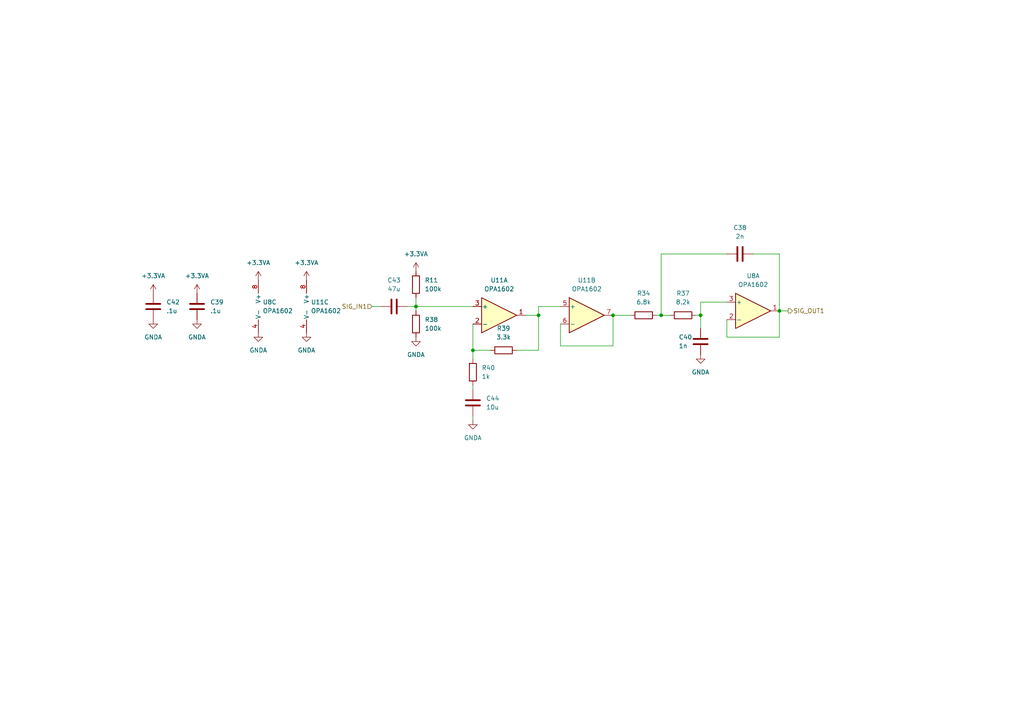
<source format=kicad_sch>
(kicad_sch (version 20211123) (generator eeschema)

  (uuid 3899c65a-167a-4f78-9f51-177509dfb24b)

  (paper "A4")

  (title_block
    (title "F.R.E.T. Board")
    (date "2023-09-27")
    (rev "1.00")
    (company "Jim Horwitz, Julia Brubach, Peter Buglewicz")
  )

  (lib_symbols
    (symbol "Amplifier_Operational:OPA1602" (pin_names (offset 0.127)) (in_bom yes) (on_board yes)
      (property "Reference" "U" (id 0) (at 0 5.08 0)
        (effects (font (size 1.27 1.27)) (justify left))
      )
      (property "Value" "OPA1602" (id 1) (at 0 -5.08 0)
        (effects (font (size 1.27 1.27)) (justify left))
      )
      (property "Footprint" "" (id 2) (at 0 0 0)
        (effects (font (size 1.27 1.27)) hide)
      )
      (property "Datasheet" "http://www.ti.com/lit/ds/symlink/opa1604.pdf" (id 3) (at 0 0 0)
        (effects (font (size 1.27 1.27)) hide)
      )
      (property "ki_locked" "" (id 4) (at 0 0 0)
        (effects (font (size 1.27 1.27)))
      )
      (property "ki_keywords" "dual opamp" (id 5) (at 0 0 0)
        (effects (font (size 1.27 1.27)) hide)
      )
      (property "ki_description" "Dual SoundPlus High Performance, Bipolar-Input Audio Operational Amplifiers, SOIC-8/MSOP-8" (id 6) (at 0 0 0)
        (effects (font (size 1.27 1.27)) hide)
      )
      (property "ki_fp_filters" "SOIC*3.9x4.9mm*P1.27mm* DIP*W7.62mm* TO*99* OnSemi*Micro8* TSSOP*3x3mm*P0.65mm* TSSOP*4.4x3mm*P0.65mm* MSOP*3x3mm*P0.65mm* SSOP*3.9x4.9mm*P0.635mm* LFCSP*2x2mm*P0.5mm* *SIP* SOIC*5.3x6.2mm*P1.27mm*" (id 7) (at 0 0 0)
        (effects (font (size 1.27 1.27)) hide)
      )
      (symbol "OPA1602_1_1"
        (polyline
          (pts
            (xy -5.08 5.08)
            (xy 5.08 0)
            (xy -5.08 -5.08)
            (xy -5.08 5.08)
          )
          (stroke (width 0.254) (type default) (color 0 0 0 0))
          (fill (type background))
        )
        (pin output line (at 7.62 0 180) (length 2.54)
          (name "~" (effects (font (size 1.27 1.27))))
          (number "1" (effects (font (size 1.27 1.27))))
        )
        (pin input line (at -7.62 -2.54 0) (length 2.54)
          (name "-" (effects (font (size 1.27 1.27))))
          (number "2" (effects (font (size 1.27 1.27))))
        )
        (pin input line (at -7.62 2.54 0) (length 2.54)
          (name "+" (effects (font (size 1.27 1.27))))
          (number "3" (effects (font (size 1.27 1.27))))
        )
      )
      (symbol "OPA1602_2_1"
        (polyline
          (pts
            (xy -5.08 5.08)
            (xy 5.08 0)
            (xy -5.08 -5.08)
            (xy -5.08 5.08)
          )
          (stroke (width 0.254) (type default) (color 0 0 0 0))
          (fill (type background))
        )
        (pin input line (at -7.62 2.54 0) (length 2.54)
          (name "+" (effects (font (size 1.27 1.27))))
          (number "5" (effects (font (size 1.27 1.27))))
        )
        (pin input line (at -7.62 -2.54 0) (length 2.54)
          (name "-" (effects (font (size 1.27 1.27))))
          (number "6" (effects (font (size 1.27 1.27))))
        )
        (pin output line (at 7.62 0 180) (length 2.54)
          (name "~" (effects (font (size 1.27 1.27))))
          (number "7" (effects (font (size 1.27 1.27))))
        )
      )
      (symbol "OPA1602_3_1"
        (pin power_in line (at -2.54 -7.62 90) (length 3.81)
          (name "V-" (effects (font (size 1.27 1.27))))
          (number "4" (effects (font (size 1.27 1.27))))
        )
        (pin power_in line (at -2.54 7.62 270) (length 3.81)
          (name "V+" (effects (font (size 1.27 1.27))))
          (number "8" (effects (font (size 1.27 1.27))))
        )
      )
    )
    (symbol "Device:C" (pin_numbers hide) (pin_names (offset 0.254)) (in_bom yes) (on_board yes)
      (property "Reference" "C" (id 0) (at 0.635 2.54 0)
        (effects (font (size 1.27 1.27)) (justify left))
      )
      (property "Value" "C" (id 1) (at 0.635 -2.54 0)
        (effects (font (size 1.27 1.27)) (justify left))
      )
      (property "Footprint" "" (id 2) (at 0.9652 -3.81 0)
        (effects (font (size 1.27 1.27)) hide)
      )
      (property "Datasheet" "~" (id 3) (at 0 0 0)
        (effects (font (size 1.27 1.27)) hide)
      )
      (property "ki_keywords" "cap capacitor" (id 4) (at 0 0 0)
        (effects (font (size 1.27 1.27)) hide)
      )
      (property "ki_description" "Unpolarized capacitor" (id 5) (at 0 0 0)
        (effects (font (size 1.27 1.27)) hide)
      )
      (property "ki_fp_filters" "C_*" (id 6) (at 0 0 0)
        (effects (font (size 1.27 1.27)) hide)
      )
      (symbol "C_0_1"
        (polyline
          (pts
            (xy -2.032 -0.762)
            (xy 2.032 -0.762)
          )
          (stroke (width 0.508) (type default) (color 0 0 0 0))
          (fill (type none))
        )
        (polyline
          (pts
            (xy -2.032 0.762)
            (xy 2.032 0.762)
          )
          (stroke (width 0.508) (type default) (color 0 0 0 0))
          (fill (type none))
        )
      )
      (symbol "C_1_1"
        (pin passive line (at 0 3.81 270) (length 2.794)
          (name "~" (effects (font (size 1.27 1.27))))
          (number "1" (effects (font (size 1.27 1.27))))
        )
        (pin passive line (at 0 -3.81 90) (length 2.794)
          (name "~" (effects (font (size 1.27 1.27))))
          (number "2" (effects (font (size 1.27 1.27))))
        )
      )
    )
    (symbol "Device:R" (pin_numbers hide) (pin_names (offset 0)) (in_bom yes) (on_board yes)
      (property "Reference" "R" (id 0) (at 2.032 0 90)
        (effects (font (size 1.27 1.27)))
      )
      (property "Value" "R" (id 1) (at 0 0 90)
        (effects (font (size 1.27 1.27)))
      )
      (property "Footprint" "" (id 2) (at -1.778 0 90)
        (effects (font (size 1.27 1.27)) hide)
      )
      (property "Datasheet" "~" (id 3) (at 0 0 0)
        (effects (font (size 1.27 1.27)) hide)
      )
      (property "ki_keywords" "R res resistor" (id 4) (at 0 0 0)
        (effects (font (size 1.27 1.27)) hide)
      )
      (property "ki_description" "Resistor" (id 5) (at 0 0 0)
        (effects (font (size 1.27 1.27)) hide)
      )
      (property "ki_fp_filters" "R_*" (id 6) (at 0 0 0)
        (effects (font (size 1.27 1.27)) hide)
      )
      (symbol "R_0_1"
        (rectangle (start -1.016 -2.54) (end 1.016 2.54)
          (stroke (width 0.254) (type default) (color 0 0 0 0))
          (fill (type none))
        )
      )
      (symbol "R_1_1"
        (pin passive line (at 0 3.81 270) (length 1.27)
          (name "~" (effects (font (size 1.27 1.27))))
          (number "1" (effects (font (size 1.27 1.27))))
        )
        (pin passive line (at 0 -3.81 90) (length 1.27)
          (name "~" (effects (font (size 1.27 1.27))))
          (number "2" (effects (font (size 1.27 1.27))))
        )
      )
    )
    (symbol "power:+3.3VA" (power) (pin_names (offset 0)) (in_bom yes) (on_board yes)
      (property "Reference" "#PWR" (id 0) (at 0 -3.81 0)
        (effects (font (size 1.27 1.27)) hide)
      )
      (property "Value" "+3.3VA" (id 1) (at 0 3.556 0)
        (effects (font (size 1.27 1.27)))
      )
      (property "Footprint" "" (id 2) (at 0 0 0)
        (effects (font (size 1.27 1.27)) hide)
      )
      (property "Datasheet" "" (id 3) (at 0 0 0)
        (effects (font (size 1.27 1.27)) hide)
      )
      (property "ki_keywords" "power-flag" (id 4) (at 0 0 0)
        (effects (font (size 1.27 1.27)) hide)
      )
      (property "ki_description" "Power symbol creates a global label with name \"+3.3VA\"" (id 5) (at 0 0 0)
        (effects (font (size 1.27 1.27)) hide)
      )
      (symbol "+3.3VA_0_1"
        (polyline
          (pts
            (xy -0.762 1.27)
            (xy 0 2.54)
          )
          (stroke (width 0) (type default) (color 0 0 0 0))
          (fill (type none))
        )
        (polyline
          (pts
            (xy 0 0)
            (xy 0 2.54)
          )
          (stroke (width 0) (type default) (color 0 0 0 0))
          (fill (type none))
        )
        (polyline
          (pts
            (xy 0 2.54)
            (xy 0.762 1.27)
          )
          (stroke (width 0) (type default) (color 0 0 0 0))
          (fill (type none))
        )
      )
      (symbol "+3.3VA_1_1"
        (pin power_in line (at 0 0 90) (length 0) hide
          (name "+3.3VA" (effects (font (size 1.27 1.27))))
          (number "1" (effects (font (size 1.27 1.27))))
        )
      )
    )
    (symbol "power:GNDA" (power) (pin_names (offset 0)) (in_bom yes) (on_board yes)
      (property "Reference" "#PWR" (id 0) (at 0 -6.35 0)
        (effects (font (size 1.27 1.27)) hide)
      )
      (property "Value" "GNDA" (id 1) (at 0 -3.81 0)
        (effects (font (size 1.27 1.27)))
      )
      (property "Footprint" "" (id 2) (at 0 0 0)
        (effects (font (size 1.27 1.27)) hide)
      )
      (property "Datasheet" "" (id 3) (at 0 0 0)
        (effects (font (size 1.27 1.27)) hide)
      )
      (property "ki_keywords" "power-flag" (id 4) (at 0 0 0)
        (effects (font (size 1.27 1.27)) hide)
      )
      (property "ki_description" "Power symbol creates a global label with name \"GNDA\" , analog ground" (id 5) (at 0 0 0)
        (effects (font (size 1.27 1.27)) hide)
      )
      (symbol "GNDA_0_1"
        (polyline
          (pts
            (xy 0 0)
            (xy 0 -1.27)
            (xy 1.27 -1.27)
            (xy 0 -2.54)
            (xy -1.27 -1.27)
            (xy 0 -1.27)
          )
          (stroke (width 0) (type default) (color 0 0 0 0))
          (fill (type none))
        )
      )
      (symbol "GNDA_1_1"
        (pin power_in line (at 0 0 270) (length 0) hide
          (name "GNDA" (effects (font (size 1.27 1.27))))
          (number "1" (effects (font (size 1.27 1.27))))
        )
      )
    )
  )

  (junction (at 203.2 91.44) (diameter 0) (color 0 0 0 0)
    (uuid 053d9748-0ce3-4cc4-b5fe-a485d60dcb47)
  )
  (junction (at 120.65 88.9) (diameter 0) (color 0 0 0 0)
    (uuid 35f1b59c-4ec9-40a1-9bd7-5a0c07943421)
  )
  (junction (at 191.77 91.44) (diameter 0) (color 0 0 0 0)
    (uuid 420da8ad-da6c-4212-9966-c7fddc3bb5f3)
  )
  (junction (at 137.16 101.6) (diameter 0) (color 0 0 0 0)
    (uuid 6343c7b9-9ce5-4080-a8ed-431f85ca546b)
  )
  (junction (at 177.8 91.44) (diameter 0) (color 0 0 0 0)
    (uuid 6452c428-890d-41f3-86cf-71d3a8c944d4)
  )
  (junction (at 156.21 91.44) (diameter 0) (color 0 0 0 0)
    (uuid 86bc7323-14a3-4f9f-92a6-f40aadd816a4)
  )
  (junction (at 226.06 90.17) (diameter 0) (color 0 0 0 0)
    (uuid 8af0b60f-fd2c-484a-aafd-65ba7fb5987e)
  )

  (wire (pts (xy 120.65 86.36) (xy 120.65 88.9))
    (stroke (width 0) (type default) (color 0 0 0 0))
    (uuid 052af45f-a24a-4d03-a1bf-4bc46733e57e)
  )
  (wire (pts (xy 226.06 97.79) (xy 226.06 90.17))
    (stroke (width 0) (type default) (color 0 0 0 0))
    (uuid 128d0a08-91fc-409d-b150-f64c84f79433)
  )
  (wire (pts (xy 152.4 91.44) (xy 156.21 91.44))
    (stroke (width 0) (type default) (color 0 0 0 0))
    (uuid 17ad736f-1d90-45e3-94aa-fdb99a4ca38b)
  )
  (wire (pts (xy 107.95 88.9) (xy 110.49 88.9))
    (stroke (width 0) (type default) (color 0 0 0 0))
    (uuid 1f048589-a586-4c89-bc94-8e9cf812c6e9)
  )
  (wire (pts (xy 203.2 91.44) (xy 201.93 91.44))
    (stroke (width 0) (type default) (color 0 0 0 0))
    (uuid 2601c262-5de9-408b-b527-53b8166da33e)
  )
  (wire (pts (xy 226.06 90.17) (xy 228.6 90.17))
    (stroke (width 0) (type default) (color 0 0 0 0))
    (uuid 29f1cde0-9031-4732-9c39-dc25d487502a)
  )
  (wire (pts (xy 162.56 93.98) (xy 162.56 100.33))
    (stroke (width 0) (type default) (color 0 0 0 0))
    (uuid 374c5b3e-1e02-40fb-b519-a40efbea6a64)
  )
  (wire (pts (xy 218.44 73.66) (xy 226.06 73.66))
    (stroke (width 0) (type default) (color 0 0 0 0))
    (uuid 39279304-f536-47b9-a5e5-3388e6142a84)
  )
  (wire (pts (xy 191.77 73.66) (xy 210.82 73.66))
    (stroke (width 0) (type default) (color 0 0 0 0))
    (uuid 3bdb3bca-b328-45a5-bfed-545b78999d06)
  )
  (wire (pts (xy 210.82 87.63) (xy 203.2 87.63))
    (stroke (width 0) (type default) (color 0 0 0 0))
    (uuid 4351ae55-9f02-465a-a1ad-dca7b2e81c6f)
  )
  (wire (pts (xy 120.65 88.9) (xy 120.65 90.17))
    (stroke (width 0) (type default) (color 0 0 0 0))
    (uuid 4ffc09bd-fbf2-4cb3-a96b-e7b98816cfe6)
  )
  (wire (pts (xy 118.11 88.9) (xy 120.65 88.9))
    (stroke (width 0) (type default) (color 0 0 0 0))
    (uuid 5103f9af-597b-449e-ac14-cba5b36a3de8)
  )
  (wire (pts (xy 191.77 73.66) (xy 191.77 91.44))
    (stroke (width 0) (type default) (color 0 0 0 0))
    (uuid 54ab4e87-f21e-4d0a-a276-b3c390ac41bf)
  )
  (wire (pts (xy 190.5 91.44) (xy 191.77 91.44))
    (stroke (width 0) (type default) (color 0 0 0 0))
    (uuid 57c5333d-14d6-4927-8eef-e0bc76e4882c)
  )
  (wire (pts (xy 137.16 120.65) (xy 137.16 121.92))
    (stroke (width 0) (type default) (color 0 0 0 0))
    (uuid 5b8d2676-4fe7-4557-862a-3fdf9afd4e5a)
  )
  (wire (pts (xy 137.16 111.76) (xy 137.16 113.03))
    (stroke (width 0) (type default) (color 0 0 0 0))
    (uuid 695da0c9-986c-4d89-a260-81c1b25f2835)
  )
  (wire (pts (xy 203.2 87.63) (xy 203.2 91.44))
    (stroke (width 0) (type default) (color 0 0 0 0))
    (uuid 6b96cf03-705c-4ff6-82e2-9cd9f5c23474)
  )
  (wire (pts (xy 203.2 95.25) (xy 203.2 91.44))
    (stroke (width 0) (type default) (color 0 0 0 0))
    (uuid 7048a381-c6fe-4600-b090-504b03a76030)
  )
  (wire (pts (xy 191.77 91.44) (xy 194.31 91.44))
    (stroke (width 0) (type default) (color 0 0 0 0))
    (uuid 819a778f-451a-4e1a-8529-54e80dca42a7)
  )
  (wire (pts (xy 210.82 92.71) (xy 210.82 97.79))
    (stroke (width 0) (type default) (color 0 0 0 0))
    (uuid 8e69bedb-32ed-4cfb-a096-d17b827d2b00)
  )
  (wire (pts (xy 182.88 91.44) (xy 177.8 91.44))
    (stroke (width 0) (type default) (color 0 0 0 0))
    (uuid 99468a3e-315c-4b5f-99d7-5b4dbd614b38)
  )
  (wire (pts (xy 149.86 101.6) (xy 156.21 101.6))
    (stroke (width 0) (type default) (color 0 0 0 0))
    (uuid 9b8a89a7-a3d1-4ac9-92dd-4826f2fd04da)
  )
  (wire (pts (xy 156.21 91.44) (xy 156.21 88.9))
    (stroke (width 0) (type default) (color 0 0 0 0))
    (uuid c4710a21-411a-4158-a269-011a27ba4584)
  )
  (wire (pts (xy 142.24 101.6) (xy 137.16 101.6))
    (stroke (width 0) (type default) (color 0 0 0 0))
    (uuid d00c7bf3-8000-41eb-937c-036de6afbb97)
  )
  (wire (pts (xy 210.82 97.79) (xy 226.06 97.79))
    (stroke (width 0) (type default) (color 0 0 0 0))
    (uuid d319dc34-3d9c-4cee-95c5-694d3dadd8eb)
  )
  (wire (pts (xy 226.06 73.66) (xy 226.06 90.17))
    (stroke (width 0) (type default) (color 0 0 0 0))
    (uuid d7b04629-1d37-485d-af1f-7f6ee1412b91)
  )
  (wire (pts (xy 137.16 101.6) (xy 137.16 104.14))
    (stroke (width 0) (type default) (color 0 0 0 0))
    (uuid dfbf66a8-2032-4adf-aca1-af0e3af5b98f)
  )
  (wire (pts (xy 177.8 100.33) (xy 177.8 91.44))
    (stroke (width 0) (type default) (color 0 0 0 0))
    (uuid e218f0d8-7e93-418b-a34a-4cf8042434b0)
  )
  (wire (pts (xy 120.65 88.9) (xy 137.16 88.9))
    (stroke (width 0) (type default) (color 0 0 0 0))
    (uuid e7f6fb09-c35a-4b2e-a20e-d7429d122abb)
  )
  (wire (pts (xy 137.16 93.98) (xy 137.16 101.6))
    (stroke (width 0) (type default) (color 0 0 0 0))
    (uuid e99563b8-c440-46be-b84f-a09d4a11004b)
  )
  (wire (pts (xy 156.21 101.6) (xy 156.21 91.44))
    (stroke (width 0) (type default) (color 0 0 0 0))
    (uuid ebe80977-ab31-4c60-8425-9d94bdf7dce4)
  )
  (wire (pts (xy 162.56 100.33) (xy 177.8 100.33))
    (stroke (width 0) (type default) (color 0 0 0 0))
    (uuid f0844d0e-3f82-4160-a4e8-eb2d4945119d)
  )
  (wire (pts (xy 156.21 88.9) (xy 162.56 88.9))
    (stroke (width 0) (type default) (color 0 0 0 0))
    (uuid fea1b681-67f1-4488-9931-5f7ae1192e84)
  )

  (hierarchical_label "SIG_IN1" (shape input) (at 107.95 88.9 180)
    (effects (font (size 1.27 1.27)) (justify right))
    (uuid 89f39fa2-bdd3-403e-9116-03f1f17b88e6)
  )
  (hierarchical_label "SIG_OUT1" (shape output) (at 228.6 90.17 0)
    (effects (font (size 1.27 1.27)) (justify left))
    (uuid f6824d88-c0b3-471a-9842-86b6c12c1c44)
  )

  (symbol (lib_id "Amplifier_Operational:OPA1602") (at 170.18 91.44 0) (unit 2)
    (in_bom yes) (on_board yes) (fields_autoplaced)
    (uuid 01f0f86a-c4be-4ba1-adea-b1b5638603e2)
    (property "Reference" "U11" (id 0) (at 170.18 81.28 0))
    (property "Value" "OPA1602" (id 1) (at 170.18 83.82 0))
    (property "Footprint" "JFHAnalog:OPA1602AIDR" (id 2) (at 170.18 91.44 0)
      (effects (font (size 1.27 1.27)) hide)
    )
    (property "Datasheet" "http://www.ti.com/lit/ds/symlink/opa1604.pdf" (id 3) (at 170.18 91.44 0)
      (effects (font (size 1.27 1.27)) hide)
    )
    (pin "1" (uuid 35851710-ebe9-4967-bc2f-faccf480a2c6))
    (pin "2" (uuid a7ab276a-3dc6-45f5-ab47-256423ffc563))
    (pin "3" (uuid 41f1a545-9a8d-4a03-ab3c-5bff52f088d1))
    (pin "5" (uuid 4c662214-68a3-4850-9412-51b6c48cad64))
    (pin "6" (uuid 71d53b2c-b48d-47c8-962e-8e5931ff452b))
    (pin "7" (uuid 7826a85b-b0f6-49e3-8871-f53dc1fbdb49))
    (pin "4" (uuid e1124e3e-b06a-4065-8fad-03a3a6b06faf))
    (pin "8" (uuid ad45263c-7483-4c7c-a765-ff0d278c8777))
  )

  (symbol (lib_id "power:+3.3VA") (at 88.9 81.28 0) (unit 1)
    (in_bom yes) (on_board yes) (fields_autoplaced)
    (uuid 0adaff34-4281-40fa-bcaf-716b8e7fedd5)
    (property "Reference" "#PWR0221" (id 0) (at 88.9 85.09 0)
      (effects (font (size 1.27 1.27)) hide)
    )
    (property "Value" "+3.3VA" (id 1) (at 88.9 76.2 0))
    (property "Footprint" "" (id 2) (at 88.9 81.28 0)
      (effects (font (size 1.27 1.27)) hide)
    )
    (property "Datasheet" "" (id 3) (at 88.9 81.28 0)
      (effects (font (size 1.27 1.27)) hide)
    )
    (pin "1" (uuid a91c1a4d-ba2d-4022-a1a5-7bd0b23aab46))
  )

  (symbol (lib_id "Amplifier_Operational:OPA1602") (at 77.47 88.9 0) (unit 3)
    (in_bom yes) (on_board yes) (fields_autoplaced)
    (uuid 0c038ccf-8fe9-4bed-8451-665cb4cbfadd)
    (property "Reference" "U8" (id 0) (at 76.2 87.6299 0)
      (effects (font (size 1.27 1.27)) (justify left))
    )
    (property "Value" "OPA1602" (id 1) (at 76.2 90.1699 0)
      (effects (font (size 1.27 1.27)) (justify left))
    )
    (property "Footprint" "JFHAnalog:OPA1602AIDR" (id 2) (at 77.47 88.9 0)
      (effects (font (size 1.27 1.27)) hide)
    )
    (property "Datasheet" "http://www.ti.com/lit/ds/symlink/opa1604.pdf" (id 3) (at 77.47 88.9 0)
      (effects (font (size 1.27 1.27)) hide)
    )
    (pin "1" (uuid 66e610fb-d86b-4fe5-abfc-982ce43e8699))
    (pin "2" (uuid 2067d0ab-30ba-4336-845c-8c21992e8969))
    (pin "3" (uuid f4bb484e-9b88-48a5-96ad-738290356cb2))
    (pin "5" (uuid 32e95222-7bb1-4323-bd8a-df18b325ba53))
    (pin "6" (uuid d9cf211d-b771-402c-8f55-ea6a153e89c6))
    (pin "7" (uuid a1e6854c-a809-42be-a70e-60a0b7001031))
    (pin "4" (uuid cf1cfb49-e176-4c53-a98a-8f3ef2d2a8ef))
    (pin "8" (uuid ffee15c0-4deb-4285-b7e8-b1ccf00fbaa3))
  )

  (symbol (lib_id "Device:R") (at 198.12 91.44 90) (unit 1)
    (in_bom yes) (on_board yes) (fields_autoplaced)
    (uuid 12772a75-6fca-4509-ae10-ddf62cb74453)
    (property "Reference" "R37" (id 0) (at 198.12 85.09 90))
    (property "Value" "8.2k" (id 1) (at 198.12 87.63 90))
    (property "Footprint" "Resistor_SMD:R_0603_1608Metric" (id 2) (at 198.12 93.218 90)
      (effects (font (size 1.27 1.27)) hide)
    )
    (property "Datasheet" "~" (id 3) (at 198.12 91.44 0)
      (effects (font (size 1.27 1.27)) hide)
    )
    (pin "1" (uuid 1670f797-43f3-44d9-a533-d1e168db0a71))
    (pin "2" (uuid 529b9dfa-797a-43db-83f3-055caa31eae7))
  )

  (symbol (lib_id "power:+3.3VA") (at 74.93 81.28 0) (unit 1)
    (in_bom yes) (on_board yes) (fields_autoplaced)
    (uuid 155f3b36-190c-45ce-813e-560e6d5c9705)
    (property "Reference" "#PWR0224" (id 0) (at 74.93 85.09 0)
      (effects (font (size 1.27 1.27)) hide)
    )
    (property "Value" "+3.3VA" (id 1) (at 74.93 76.2 0))
    (property "Footprint" "" (id 2) (at 74.93 81.28 0)
      (effects (font (size 1.27 1.27)) hide)
    )
    (property "Datasheet" "" (id 3) (at 74.93 81.28 0)
      (effects (font (size 1.27 1.27)) hide)
    )
    (pin "1" (uuid 878f2a53-544a-4ee7-90ae-1f1da807ce65))
  )

  (symbol (lib_id "power:+3.3VA") (at 120.65 78.74 0) (unit 1)
    (in_bom yes) (on_board yes) (fields_autoplaced)
    (uuid 16ac0e88-5b4d-4d0c-989c-6cb1c75a4934)
    (property "Reference" "#PWR0223" (id 0) (at 120.65 82.55 0)
      (effects (font (size 1.27 1.27)) hide)
    )
    (property "Value" "+3.3VA" (id 1) (at 120.65 73.66 0))
    (property "Footprint" "" (id 2) (at 120.65 78.74 0)
      (effects (font (size 1.27 1.27)) hide)
    )
    (property "Datasheet" "" (id 3) (at 120.65 78.74 0)
      (effects (font (size 1.27 1.27)) hide)
    )
    (pin "1" (uuid 43340c38-149a-46aa-9550-0bc2a13f842c))
  )

  (symbol (lib_id "Device:C") (at 114.3 88.9 90) (unit 1)
    (in_bom yes) (on_board yes) (fields_autoplaced)
    (uuid 2221c992-8ec9-40c5-bf3d-acd384d29c9b)
    (property "Reference" "C43" (id 0) (at 114.3 81.28 90))
    (property "Value" "47u" (id 1) (at 114.3 83.82 90))
    (property "Footprint" "Capacitor_SMD:C_1210_3225Metric" (id 2) (at 118.11 87.9348 0)
      (effects (font (size 1.27 1.27)) hide)
    )
    (property "Datasheet" "~" (id 3) (at 114.3 88.9 0)
      (effects (font (size 1.27 1.27)) hide)
    )
    (pin "1" (uuid 46b15734-c2a8-4dad-8bb1-21c7e0df96b3))
    (pin "2" (uuid 5528216e-3454-4811-ad95-49d6c85f37ed))
  )

  (symbol (lib_id "Amplifier_Operational:OPA1602") (at 218.44 90.17 0) (unit 1)
    (in_bom yes) (on_board yes) (fields_autoplaced)
    (uuid 2ae71ddf-3509-4f5d-89e1-c107ce54a695)
    (property "Reference" "U8" (id 0) (at 218.44 80.01 0))
    (property "Value" "OPA1602" (id 1) (at 218.44 82.55 0))
    (property "Footprint" "JFHAnalog:OPA1602AIDR" (id 2) (at 218.44 90.17 0)
      (effects (font (size 1.27 1.27)) hide)
    )
    (property "Datasheet" "http://www.ti.com/lit/ds/symlink/opa1604.pdf" (id 3) (at 218.44 90.17 0)
      (effects (font (size 1.27 1.27)) hide)
    )
    (pin "1" (uuid 103816cf-0d1d-4910-bafa-a9c977b67bd0))
    (pin "2" (uuid 7f27672c-55b7-4d4e-86e8-e9e530c91fa9))
    (pin "3" (uuid 6595deef-690b-4a91-86b9-fe121b6e27cc))
    (pin "5" (uuid f758f293-d525-4f7a-b34e-eb287dd371b7))
    (pin "6" (uuid 92617b24-18a9-4be9-aae5-b80d4c85c5cc))
    (pin "7" (uuid 5d31960b-cb03-433e-9778-5f219f32341c))
    (pin "4" (uuid 5a65c822-9e87-413a-be93-74eff6ade633))
    (pin "8" (uuid dd709cb6-6157-4d4b-aef5-fc1dcad68cd1))
  )

  (symbol (lib_id "Device:R") (at 120.65 82.55 0) (unit 1)
    (in_bom yes) (on_board yes) (fields_autoplaced)
    (uuid 377ae194-8dff-45eb-a326-c155492b018d)
    (property "Reference" "R11" (id 0) (at 123.19 81.2799 0)
      (effects (font (size 1.27 1.27)) (justify left))
    )
    (property "Value" "100k" (id 1) (at 123.19 83.8199 0)
      (effects (font (size 1.27 1.27)) (justify left))
    )
    (property "Footprint" "Resistor_SMD:R_0603_1608Metric" (id 2) (at 118.872 82.55 90)
      (effects (font (size 1.27 1.27)) hide)
    )
    (property "Datasheet" "~" (id 3) (at 120.65 82.55 0)
      (effects (font (size 1.27 1.27)) hide)
    )
    (pin "1" (uuid 0e416d64-7168-427e-8e5f-545d0a13c22a))
    (pin "2" (uuid 16107851-54b9-486f-9b50-a4122b2d1e8b))
  )

  (symbol (lib_id "power:GNDA") (at 88.9 96.52 0) (unit 1)
    (in_bom yes) (on_board yes) (fields_autoplaced)
    (uuid 4c60dcf2-9db1-41d2-bc72-7e2f5ef499e4)
    (property "Reference" "#PWR0220" (id 0) (at 88.9 102.87 0)
      (effects (font (size 1.27 1.27)) hide)
    )
    (property "Value" "GNDA" (id 1) (at 88.9 101.6 0))
    (property "Footprint" "" (id 2) (at 88.9 96.52 0)
      (effects (font (size 1.27 1.27)) hide)
    )
    (property "Datasheet" "" (id 3) (at 88.9 96.52 0)
      (effects (font (size 1.27 1.27)) hide)
    )
    (pin "1" (uuid 3dca23a4-b513-432e-a140-6f9a99d1dc8f))
  )

  (symbol (lib_id "Device:R") (at 137.16 107.95 0) (unit 1)
    (in_bom yes) (on_board yes) (fields_autoplaced)
    (uuid 6f6d66ea-29c3-4232-9522-cae5b78b20dc)
    (property "Reference" "R40" (id 0) (at 139.7 106.6799 0)
      (effects (font (size 1.27 1.27)) (justify left))
    )
    (property "Value" "1k" (id 1) (at 139.7 109.2199 0)
      (effects (font (size 1.27 1.27)) (justify left))
    )
    (property "Footprint" "Resistor_SMD:R_0603_1608Metric" (id 2) (at 135.382 107.95 90)
      (effects (font (size 1.27 1.27)) hide)
    )
    (property "Datasheet" "~" (id 3) (at 137.16 107.95 0)
      (effects (font (size 1.27 1.27)) hide)
    )
    (pin "1" (uuid 8cf7c888-afe8-458d-8d7a-f01043ff0850))
    (pin "2" (uuid 6c749f3c-a508-457c-84a0-4657582a8e14))
  )

  (symbol (lib_id "Device:C") (at 214.63 73.66 90) (unit 1)
    (in_bom yes) (on_board yes) (fields_autoplaced)
    (uuid 716b061d-3404-4e4b-9253-f5f8d0ac62c8)
    (property "Reference" "C38" (id 0) (at 214.63 66.04 90))
    (property "Value" "2n" (id 1) (at 214.63 68.58 90))
    (property "Footprint" "Capacitor_SMD:C_0603_1608Metric" (id 2) (at 218.44 72.6948 0)
      (effects (font (size 1.27 1.27)) hide)
    )
    (property "Datasheet" "~" (id 3) (at 214.63 73.66 0)
      (effects (font (size 1.27 1.27)) hide)
    )
    (pin "1" (uuid fea067fc-5da2-4590-a26c-404434dd2e20))
    (pin "2" (uuid 91db7a87-31ee-4b74-8df6-40c8106d5980))
  )

  (symbol (lib_id "Amplifier_Operational:OPA1602") (at 91.44 88.9 0) (unit 3)
    (in_bom yes) (on_board yes) (fields_autoplaced)
    (uuid 783e0fd1-aa94-49a2-9748-fb13a8965ec5)
    (property "Reference" "U11" (id 0) (at 90.17 87.6299 0)
      (effects (font (size 1.27 1.27)) (justify left))
    )
    (property "Value" "OPA1602" (id 1) (at 90.17 90.1699 0)
      (effects (font (size 1.27 1.27)) (justify left))
    )
    (property "Footprint" "JFHAnalog:OPA1602AIDR" (id 2) (at 91.44 88.9 0)
      (effects (font (size 1.27 1.27)) hide)
    )
    (property "Datasheet" "http://www.ti.com/lit/ds/symlink/opa1604.pdf" (id 3) (at 91.44 88.9 0)
      (effects (font (size 1.27 1.27)) hide)
    )
    (pin "1" (uuid 66e610fb-d86b-4fe5-abfc-982ce43e869a))
    (pin "2" (uuid 2067d0ab-30ba-4336-845c-8c21992e896a))
    (pin "3" (uuid f4bb484e-9b88-48a5-96ad-738290356cb3))
    (pin "5" (uuid 32e95222-7bb1-4323-bd8a-df18b325ba54))
    (pin "6" (uuid d9cf211d-b771-402c-8f55-ea6a153e89c7))
    (pin "7" (uuid a1e6854c-a809-42be-a70e-60a0b7001032))
    (pin "4" (uuid 5f22b57a-7129-4ae6-aab9-1cab7046318f))
    (pin "8" (uuid ab8bd1c3-2bcb-4efa-9404-078007a1767d))
  )

  (symbol (lib_id "Device:R") (at 120.65 93.98 0) (unit 1)
    (in_bom yes) (on_board yes) (fields_autoplaced)
    (uuid 793afb84-8cd0-45ad-962a-07ad4d9c9cc7)
    (property "Reference" "R38" (id 0) (at 123.19 92.7099 0)
      (effects (font (size 1.27 1.27)) (justify left))
    )
    (property "Value" "100k" (id 1) (at 123.19 95.2499 0)
      (effects (font (size 1.27 1.27)) (justify left))
    )
    (property "Footprint" "Resistor_SMD:R_0603_1608Metric" (id 2) (at 118.872 93.98 90)
      (effects (font (size 1.27 1.27)) hide)
    )
    (property "Datasheet" "~" (id 3) (at 120.65 93.98 0)
      (effects (font (size 1.27 1.27)) hide)
    )
    (pin "1" (uuid b73537ff-b889-488d-bbee-53984d7ce022))
    (pin "2" (uuid 540093e5-64f5-41ef-ac81-a54a092794f4))
  )

  (symbol (lib_id "Device:R") (at 186.69 91.44 90) (unit 1)
    (in_bom yes) (on_board yes) (fields_autoplaced)
    (uuid 7d9074de-74a3-4c4d-b8fd-5dc05b15dc18)
    (property "Reference" "R34" (id 0) (at 186.69 85.09 90))
    (property "Value" "6.8k" (id 1) (at 186.69 87.63 90))
    (property "Footprint" "Resistor_SMD:R_0603_1608Metric" (id 2) (at 186.69 93.218 90)
      (effects (font (size 1.27 1.27)) hide)
    )
    (property "Datasheet" "~" (id 3) (at 186.69 91.44 0)
      (effects (font (size 1.27 1.27)) hide)
    )
    (pin "1" (uuid 867bbd56-d638-4a77-99c4-7ea95c9854ff))
    (pin "2" (uuid c066b609-a445-4ff5-98c2-a982f4f28309))
  )

  (symbol (lib_id "Device:C") (at 57.15 88.9 0) (unit 1)
    (in_bom yes) (on_board yes) (fields_autoplaced)
    (uuid 982e1a39-cf9a-4183-95e6-ad2fc8633d72)
    (property "Reference" "C39" (id 0) (at 60.96 87.6299 0)
      (effects (font (size 1.27 1.27)) (justify left))
    )
    (property "Value" ".1u" (id 1) (at 60.96 90.1699 0)
      (effects (font (size 1.27 1.27)) (justify left))
    )
    (property "Footprint" "Capacitor_SMD:C_0603_1608Metric" (id 2) (at 58.1152 92.71 0)
      (effects (font (size 1.27 1.27)) hide)
    )
    (property "Datasheet" "~" (id 3) (at 57.15 88.9 0)
      (effects (font (size 1.27 1.27)) hide)
    )
    (pin "1" (uuid 6b60c480-5d72-4e52-accd-82166f97c52f))
    (pin "2" (uuid c661b590-587b-4810-b253-052b09ea012b))
  )

  (symbol (lib_id "Device:C") (at 203.2 99.06 180) (unit 1)
    (in_bom yes) (on_board yes)
    (uuid a2c7d7cf-aa67-4792-9632-7e83786457ca)
    (property "Reference" "C40" (id 0) (at 196.85 97.79 0)
      (effects (font (size 1.27 1.27)) (justify right))
    )
    (property "Value" "1n" (id 1) (at 196.85 100.33 0)
      (effects (font (size 1.27 1.27)) (justify right))
    )
    (property "Footprint" "Capacitor_SMD:C_0603_1608Metric" (id 2) (at 202.2348 95.25 0)
      (effects (font (size 1.27 1.27)) hide)
    )
    (property "Datasheet" "~" (id 3) (at 203.2 99.06 0)
      (effects (font (size 1.27 1.27)) hide)
    )
    (pin "1" (uuid 86b0dc93-6354-434b-ba7e-eb6539ed2e60))
    (pin "2" (uuid 03585f91-a97b-46b7-ad14-71a731dcbb2b))
  )

  (symbol (lib_id "power:+3.3VA") (at 44.45 85.09 0) (unit 1)
    (in_bom yes) (on_board yes) (fields_autoplaced)
    (uuid a809a03d-5aff-4be4-a00d-cb7dd771fef4)
    (property "Reference" "#PWR0148" (id 0) (at 44.45 88.9 0)
      (effects (font (size 1.27 1.27)) hide)
    )
    (property "Value" "+3.3VA" (id 1) (at 44.45 80.01 0))
    (property "Footprint" "" (id 2) (at 44.45 85.09 0)
      (effects (font (size 1.27 1.27)) hide)
    )
    (property "Datasheet" "" (id 3) (at 44.45 85.09 0)
      (effects (font (size 1.27 1.27)) hide)
    )
    (pin "1" (uuid 52519809-0f8b-4c66-9daa-78ae0c35ef94))
  )

  (symbol (lib_id "power:GNDA") (at 44.45 92.71 0) (unit 1)
    (in_bom yes) (on_board yes) (fields_autoplaced)
    (uuid b06808bc-3b26-4f85-84c8-8e38d14dceb7)
    (property "Reference" "#PWR0226" (id 0) (at 44.45 99.06 0)
      (effects (font (size 1.27 1.27)) hide)
    )
    (property "Value" "GNDA" (id 1) (at 44.45 97.79 0))
    (property "Footprint" "" (id 2) (at 44.45 92.71 0)
      (effects (font (size 1.27 1.27)) hide)
    )
    (property "Datasheet" "" (id 3) (at 44.45 92.71 0)
      (effects (font (size 1.27 1.27)) hide)
    )
    (pin "1" (uuid 21794a35-768a-4ca0-aeab-1ca93474d51e))
  )

  (symbol (lib_id "power:GNDA") (at 137.16 121.92 0) (unit 1)
    (in_bom yes) (on_board yes) (fields_autoplaced)
    (uuid b37b3d67-16b9-43a8-b6e4-ea6d9c253022)
    (property "Reference" "#PWR0111" (id 0) (at 137.16 128.27 0)
      (effects (font (size 1.27 1.27)) hide)
    )
    (property "Value" "GNDA" (id 1) (at 137.16 127 0))
    (property "Footprint" "" (id 2) (at 137.16 121.92 0)
      (effects (font (size 1.27 1.27)) hide)
    )
    (property "Datasheet" "" (id 3) (at 137.16 121.92 0)
      (effects (font (size 1.27 1.27)) hide)
    )
    (pin "1" (uuid 8474f763-ce90-46a0-89ea-5be313c89f20))
  )

  (symbol (lib_id "Device:C") (at 44.45 88.9 0) (unit 1)
    (in_bom yes) (on_board yes) (fields_autoplaced)
    (uuid c560da2f-3dac-4316-a931-ba1d7b3b9dec)
    (property "Reference" "C42" (id 0) (at 48.26 87.6299 0)
      (effects (font (size 1.27 1.27)) (justify left))
    )
    (property "Value" ".1u" (id 1) (at 48.26 90.1699 0)
      (effects (font (size 1.27 1.27)) (justify left))
    )
    (property "Footprint" "Capacitor_SMD:C_0603_1608Metric" (id 2) (at 45.4152 92.71 0)
      (effects (font (size 1.27 1.27)) hide)
    )
    (property "Datasheet" "~" (id 3) (at 44.45 88.9 0)
      (effects (font (size 1.27 1.27)) hide)
    )
    (pin "1" (uuid 44ec2fbc-020c-444b-8681-ea5065cd5fed))
    (pin "2" (uuid cff9c636-3ac9-4708-8209-8a37b0885ab1))
  )

  (symbol (lib_id "power:GNDA") (at 203.2 102.87 0) (unit 1)
    (in_bom yes) (on_board yes) (fields_autoplaced)
    (uuid d38d7f2b-912a-4f88-ad7f-977d05176d65)
    (property "Reference" "#PWR0151" (id 0) (at 203.2 109.22 0)
      (effects (font (size 1.27 1.27)) hide)
    )
    (property "Value" "GNDA" (id 1) (at 203.2 107.95 0))
    (property "Footprint" "" (id 2) (at 203.2 102.87 0)
      (effects (font (size 1.27 1.27)) hide)
    )
    (property "Datasheet" "" (id 3) (at 203.2 102.87 0)
      (effects (font (size 1.27 1.27)) hide)
    )
    (pin "1" (uuid 19dc5e5d-f33d-4779-b651-5ee6f038d8dd))
  )

  (symbol (lib_id "Device:C") (at 137.16 116.84 180) (unit 1)
    (in_bom yes) (on_board yes) (fields_autoplaced)
    (uuid dd52471c-87ce-4f8a-a2dd-9639ace38fe9)
    (property "Reference" "C44" (id 0) (at 140.97 115.5699 0)
      (effects (font (size 1.27 1.27)) (justify right))
    )
    (property "Value" "10u" (id 1) (at 140.97 118.1099 0)
      (effects (font (size 1.27 1.27)) (justify right))
    )
    (property "Footprint" "Capacitor_SMD:C_0603_1608Metric" (id 2) (at 136.1948 113.03 0)
      (effects (font (size 1.27 1.27)) hide)
    )
    (property "Datasheet" "~" (id 3) (at 137.16 116.84 0)
      (effects (font (size 1.27 1.27)) hide)
    )
    (pin "1" (uuid 4f47eae2-398a-4776-8a5c-bccb27cb54da))
    (pin "2" (uuid 5e681286-5fc9-463a-885f-675f9b83a1ab))
  )

  (symbol (lib_id "power:+3.3VA") (at 57.15 85.09 0) (unit 1)
    (in_bom yes) (on_board yes) (fields_autoplaced)
    (uuid e7dd4baf-a116-46a2-8494-923cc74f8832)
    (property "Reference" "#PWR0222" (id 0) (at 57.15 88.9 0)
      (effects (font (size 1.27 1.27)) hide)
    )
    (property "Value" "+3.3VA" (id 1) (at 57.15 80.01 0))
    (property "Footprint" "" (id 2) (at 57.15 85.09 0)
      (effects (font (size 1.27 1.27)) hide)
    )
    (property "Datasheet" "" (id 3) (at 57.15 85.09 0)
      (effects (font (size 1.27 1.27)) hide)
    )
    (pin "1" (uuid 088348a6-2383-4ab7-8f1a-1f1a7a381f48))
  )

  (symbol (lib_id "Device:R") (at 146.05 101.6 270) (unit 1)
    (in_bom yes) (on_board yes) (fields_autoplaced)
    (uuid ec7d7a54-10c6-4bea-8b93-75d45944ba41)
    (property "Reference" "R39" (id 0) (at 146.05 95.25 90))
    (property "Value" "3.3k" (id 1) (at 146.05 97.79 90))
    (property "Footprint" "Resistor_SMD:R_0603_1608Metric" (id 2) (at 146.05 99.822 90)
      (effects (font (size 1.27 1.27)) hide)
    )
    (property "Datasheet" "~" (id 3) (at 146.05 101.6 0)
      (effects (font (size 1.27 1.27)) hide)
    )
    (pin "1" (uuid 928afdb2-d9cf-4e64-a573-6070b6c5de92))
    (pin "2" (uuid a0c4b046-ee03-4ba9-849e-ca6f2a47116f))
  )

  (symbol (lib_id "power:GNDA") (at 120.65 97.79 0) (unit 1)
    (in_bom yes) (on_board yes) (fields_autoplaced)
    (uuid eebd4e6f-4ba7-4271-a45e-4c43ec9ade84)
    (property "Reference" "#PWR0219" (id 0) (at 120.65 104.14 0)
      (effects (font (size 1.27 1.27)) hide)
    )
    (property "Value" "GNDA" (id 1) (at 120.65 102.87 0))
    (property "Footprint" "" (id 2) (at 120.65 97.79 0)
      (effects (font (size 1.27 1.27)) hide)
    )
    (property "Datasheet" "" (id 3) (at 120.65 97.79 0)
      (effects (font (size 1.27 1.27)) hide)
    )
    (pin "1" (uuid 5c420680-ecc8-402f-a5b7-ac9ff227fe26))
  )

  (symbol (lib_id "power:GNDA") (at 57.15 92.71 0) (unit 1)
    (in_bom yes) (on_board yes) (fields_autoplaced)
    (uuid f03af455-5cd5-4099-ad82-d8794f4a1b54)
    (property "Reference" "#PWR0152" (id 0) (at 57.15 99.06 0)
      (effects (font (size 1.27 1.27)) hide)
    )
    (property "Value" "GNDA" (id 1) (at 57.15 97.79 0))
    (property "Footprint" "" (id 2) (at 57.15 92.71 0)
      (effects (font (size 1.27 1.27)) hide)
    )
    (property "Datasheet" "" (id 3) (at 57.15 92.71 0)
      (effects (font (size 1.27 1.27)) hide)
    )
    (pin "1" (uuid 1251d8b7-3099-409f-80d0-ae3857353d65))
  )

  (symbol (lib_id "power:GNDA") (at 74.93 96.52 0) (unit 1)
    (in_bom yes) (on_board yes) (fields_autoplaced)
    (uuid fca920ca-20ee-4361-b510-b043bb50e9f6)
    (property "Reference" "#PWR0225" (id 0) (at 74.93 102.87 0)
      (effects (font (size 1.27 1.27)) hide)
    )
    (property "Value" "GNDA" (id 1) (at 74.93 101.6 0))
    (property "Footprint" "" (id 2) (at 74.93 96.52 0)
      (effects (font (size 1.27 1.27)) hide)
    )
    (property "Datasheet" "" (id 3) (at 74.93 96.52 0)
      (effects (font (size 1.27 1.27)) hide)
    )
    (pin "1" (uuid 2489587c-cc8d-446a-b414-8101bb52a942))
  )

  (symbol (lib_id "Amplifier_Operational:OPA1602") (at 144.78 91.44 0) (unit 1)
    (in_bom yes) (on_board yes) (fields_autoplaced)
    (uuid fdc67d60-4ea3-46e8-9f4b-fbc879d348cd)
    (property "Reference" "U11" (id 0) (at 144.78 81.28 0))
    (property "Value" "OPA1602" (id 1) (at 144.78 83.82 0))
    (property "Footprint" "JFHAnalog:OPA1602AIDR" (id 2) (at 144.78 91.44 0)
      (effects (font (size 1.27 1.27)) hide)
    )
    (property "Datasheet" "http://www.ti.com/lit/ds/symlink/opa1604.pdf" (id 3) (at 144.78 91.44 0)
      (effects (font (size 1.27 1.27)) hide)
    )
    (pin "1" (uuid 82b3f189-5ccd-468b-9446-da7368090cc0))
    (pin "2" (uuid 57a30a9d-18a8-403b-8ec1-b3d66e3c7684))
    (pin "3" (uuid d02bbc32-c8ca-4882-b294-3d55eefd401b))
    (pin "5" (uuid 0cdc5806-84c9-4a2a-8c8f-52c046ff3956))
    (pin "6" (uuid 7d214123-81fb-49ea-9ae6-60326b4879fc))
    (pin "7" (uuid 63ad0e73-f19d-4d69-9e4a-b64705bd7a8c))
    (pin "4" (uuid 25cc9dd9-df50-4a6f-94b4-b34297efb7df))
    (pin "8" (uuid c322fe1d-155c-4ccb-9033-f98fcb8a7ea6))
  )
)

</source>
